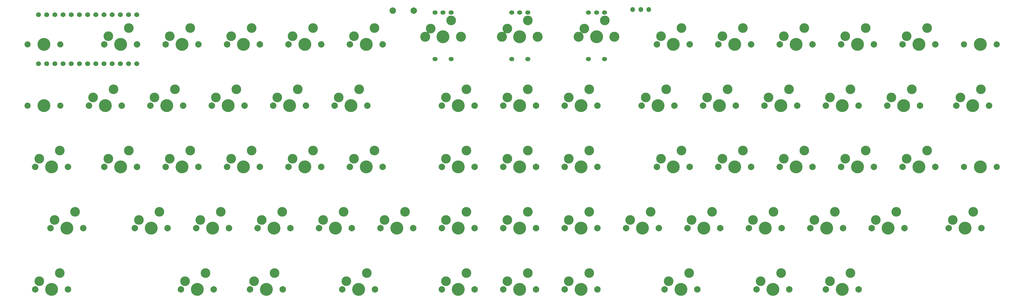
<source format=gbr>
G04 #@! TF.GenerationSoftware,KiCad,Pcbnew,(6.0.11-0)*
G04 #@! TF.CreationDate,2023-10-02T19:13:40+09:00*
G04 #@! TF.ProjectId,clavis,636c6176-6973-42e6-9b69-6361645f7063,rev?*
G04 #@! TF.SameCoordinates,Original*
G04 #@! TF.FileFunction,Soldermask,Top*
G04 #@! TF.FilePolarity,Negative*
%FSLAX46Y46*%
G04 Gerber Fmt 4.6, Leading zero omitted, Abs format (unit mm)*
G04 Created by KiCad (PCBNEW (6.0.11-0)) date 2023-10-02 19:13:40*
%MOMM*%
%LPD*%
G01*
G04 APERTURE LIST*
%ADD10C,2.000000*%
%ADD11C,4.000000*%
%ADD12C,3.000000*%
%ADD13C,1.900000*%
%ADD14O,1.500000X1.500000*%
%ADD15O,1.600000X1.300000*%
%ADD16C,3.100000*%
%ADD17C,1.524000*%
G04 APERTURE END LIST*
D10*
X44926300Y-69056200D03*
X55086300Y-69056200D03*
D11*
X50006300Y-69056200D03*
D12*
X46196300Y-66516200D03*
X52546300Y-63976200D03*
D10*
X74136300Y-30956200D03*
X63976300Y-30956200D03*
D12*
X71596300Y-25876200D03*
D11*
X69056300Y-30956200D03*
D12*
X65246300Y-28416200D03*
D10*
X33655000Y-69056200D03*
D11*
X28575000Y-69056200D03*
D12*
X24765000Y-66516200D03*
D10*
X23495000Y-69056200D03*
D12*
X31115000Y-63976200D03*
D11*
X26193800Y-50006200D03*
D13*
X31273800Y-50006200D03*
X21113800Y-50006200D03*
D10*
X38417500Y-88106200D03*
D12*
X35877500Y-83026200D03*
X29527500Y-85566200D03*
D11*
X33337500Y-88106200D03*
D10*
X28257500Y-88106200D03*
X78898800Y-107156200D03*
D11*
X73818800Y-107156200D03*
D12*
X76358800Y-102076200D03*
D10*
X68738800Y-107156200D03*
D12*
X70008800Y-104616200D03*
X62071300Y-83026200D03*
D10*
X54451300Y-88106200D03*
D12*
X55721300Y-85566200D03*
D11*
X59531300Y-88106200D03*
D10*
X64611300Y-88106200D03*
X69373800Y-50006200D03*
D11*
X64293800Y-50006200D03*
D12*
X66833800Y-44926200D03*
D10*
X59213800Y-50006200D03*
D12*
X60483800Y-47466200D03*
D10*
X83026300Y-30956200D03*
D12*
X84296300Y-28416200D03*
D11*
X88106300Y-30956200D03*
D12*
X90646300Y-25876200D03*
D10*
X93186300Y-30956200D03*
X63976300Y-69056200D03*
D12*
X71596300Y-63976200D03*
X65246300Y-66516200D03*
D10*
X74136300Y-69056200D03*
D11*
X69056300Y-69056200D03*
D10*
X83661300Y-88106200D03*
X73501300Y-88106200D03*
D12*
X74771300Y-85566200D03*
D11*
X78581300Y-88106200D03*
D12*
X81121300Y-83026200D03*
X85883800Y-44926200D03*
D10*
X88423800Y-50006200D03*
D12*
X79533800Y-47466200D03*
D10*
X78263800Y-50006200D03*
D11*
X83343800Y-50006200D03*
D10*
X92551300Y-88106200D03*
X102711300Y-88106200D03*
D12*
X100171300Y-83026200D03*
D11*
X97631300Y-88106200D03*
D12*
X93821300Y-85566200D03*
D10*
X112236300Y-30956200D03*
D12*
X103346300Y-28416200D03*
X109696300Y-25876200D03*
D10*
X102076300Y-30956200D03*
D11*
X107156300Y-30956200D03*
X88106300Y-69056200D03*
D12*
X90646300Y-63976200D03*
D10*
X93186300Y-69056200D03*
X83026300Y-69056200D03*
D12*
X84296300Y-66516200D03*
D10*
X97313800Y-50006200D03*
D11*
X102393800Y-50006200D03*
D10*
X107473800Y-50006200D03*
D12*
X98583800Y-47466200D03*
X104933800Y-44926200D03*
D11*
X126206300Y-30956200D03*
D12*
X128746300Y-25876200D03*
D10*
X121126300Y-30956200D03*
D12*
X122396300Y-28416200D03*
D10*
X131286300Y-30956200D03*
X149701300Y-88106200D03*
D12*
X157321300Y-83026200D03*
X150971300Y-85566200D03*
D10*
X159861300Y-88106200D03*
D11*
X154781300Y-88106200D03*
D10*
X112236300Y-69056200D03*
D11*
X107156300Y-69056200D03*
D12*
X109696300Y-63976200D03*
D10*
X102076300Y-69056200D03*
D12*
X103346300Y-66516200D03*
X123983800Y-44926200D03*
X117633800Y-47466200D03*
D10*
X126523800Y-50006200D03*
X116363800Y-50006200D03*
D11*
X121443800Y-50006200D03*
D10*
X130651300Y-88106200D03*
X140811300Y-88106200D03*
D12*
X138271300Y-83026200D03*
X131921300Y-85566200D03*
D11*
X135731300Y-88106200D03*
D10*
X159861300Y-50006200D03*
D12*
X150971300Y-47466200D03*
X157321300Y-44926200D03*
D10*
X149701300Y-50006200D03*
D11*
X154781300Y-50006200D03*
D10*
X159861300Y-69056200D03*
D12*
X157321300Y-63976200D03*
D11*
X154781300Y-69056200D03*
D12*
X150971300Y-66516200D03*
D10*
X149701300Y-69056200D03*
D11*
X116681300Y-88106200D03*
D10*
X111601300Y-88106200D03*
X121761300Y-88106200D03*
D12*
X112871300Y-85566200D03*
X119221300Y-83026200D03*
X128746300Y-63976200D03*
D11*
X126206300Y-69056200D03*
D10*
X131286300Y-69056200D03*
X121126300Y-69056200D03*
D12*
X122396300Y-66516200D03*
X189071300Y-66516200D03*
X195421300Y-63976200D03*
D10*
X197961300Y-69056200D03*
D11*
X192881300Y-69056200D03*
D10*
X187801300Y-69056200D03*
D12*
X176371300Y-83026200D03*
D11*
X173831300Y-88106200D03*
D10*
X168751300Y-88106200D03*
D12*
X170021300Y-85566200D03*
D10*
X178911300Y-88106200D03*
D11*
X240506300Y-30956200D03*
D12*
X243046300Y-25876200D03*
D10*
X235426300Y-30956200D03*
X245586300Y-30956200D03*
D12*
X236696300Y-28416200D03*
X262096300Y-63976200D03*
X255746300Y-66516200D03*
D10*
X264636300Y-69056200D03*
X254476300Y-69056200D03*
D11*
X259556300Y-69056200D03*
X173831300Y-69056200D03*
D12*
X176371300Y-63976200D03*
X170021300Y-66516200D03*
D10*
X178911300Y-69056200D03*
X168751300Y-69056200D03*
D12*
X274796300Y-28416200D03*
D10*
X273526300Y-30956200D03*
D11*
X278606300Y-30956200D03*
D12*
X281146300Y-25876200D03*
D10*
X283686300Y-30956200D03*
D11*
X192881300Y-88106200D03*
D10*
X187801300Y-88106200D03*
D12*
X189071300Y-85566200D03*
D10*
X197961300Y-88106200D03*
D12*
X195421300Y-83026200D03*
X176371300Y-44926200D03*
D11*
X173831300Y-50006200D03*
D12*
X170021300Y-47466200D03*
D10*
X178911300Y-50006200D03*
X168751300Y-50006200D03*
D11*
X269081300Y-88106200D03*
D10*
X274161300Y-88106200D03*
X264001300Y-88106200D03*
D12*
X271621300Y-83026200D03*
X265271300Y-85566200D03*
D10*
X197961300Y-50006200D03*
D12*
X189071300Y-47466200D03*
X195421300Y-44926200D03*
D11*
X192881300Y-50006200D03*
D10*
X187801300Y-50006200D03*
D11*
X311943800Y-88106200D03*
D10*
X306863800Y-88106200D03*
X317023800Y-88106200D03*
D12*
X308133800Y-85566200D03*
X314483800Y-83026200D03*
X270033800Y-47466200D03*
D10*
X268763800Y-50006200D03*
D11*
X273843800Y-50006200D03*
D12*
X276383800Y-44926200D03*
D10*
X278923800Y-50006200D03*
D12*
X300196300Y-25876200D03*
D10*
X292576300Y-30956200D03*
X302736300Y-30956200D03*
D11*
X297656300Y-30956200D03*
D12*
X293846300Y-28416200D03*
X281146300Y-63976200D03*
D10*
X283686300Y-69056200D03*
X273526300Y-69056200D03*
D11*
X278606300Y-69056200D03*
D12*
X274796300Y-66516200D03*
X284321300Y-85566200D03*
D10*
X283051300Y-88106200D03*
D12*
X290671300Y-83026200D03*
D11*
X288131300Y-88106200D03*
D10*
X293211300Y-88106200D03*
D13*
X321786300Y-69056200D03*
D11*
X316706300Y-69056200D03*
D13*
X311626300Y-69056200D03*
D12*
X300196300Y-63976200D03*
D10*
X302736300Y-69056200D03*
D11*
X297656300Y-69056200D03*
D12*
X293846300Y-66516200D03*
D10*
X292576300Y-69056200D03*
D12*
X289083800Y-47466200D03*
D10*
X297973800Y-50006200D03*
D11*
X292893800Y-50006200D03*
D10*
X287813800Y-50006200D03*
D12*
X295433800Y-44926200D03*
D10*
X259873800Y-50006200D03*
D12*
X257333800Y-44926200D03*
D10*
X249713800Y-50006200D03*
D11*
X254793800Y-50006200D03*
D12*
X250983800Y-47466200D03*
D11*
X211931300Y-88106200D03*
D12*
X214471300Y-83026200D03*
D10*
X217011300Y-88106200D03*
X206851300Y-88106200D03*
D12*
X208121300Y-85566200D03*
D10*
X319405000Y-50006250D03*
D12*
X316865000Y-44926250D03*
D10*
X309245000Y-50006250D03*
D12*
X310515000Y-47466250D03*
D11*
X314325000Y-50006250D03*
D12*
X157321300Y-102076200D03*
D11*
X154781300Y-107156200D03*
D12*
X150971300Y-104616200D03*
D10*
X149701300Y-107156200D03*
X159861300Y-107156200D03*
X168751300Y-107156200D03*
D12*
X176371300Y-102076200D03*
D11*
X173831300Y-107156200D03*
D10*
X178911300Y-107156200D03*
D12*
X170021300Y-104616200D03*
X195421300Y-102076200D03*
D10*
X197961300Y-107156200D03*
D12*
X189071300Y-104616200D03*
D11*
X192881300Y-107156200D03*
D10*
X187801300Y-107156200D03*
D13*
X21113800Y-30956200D03*
X31273800Y-30956200D03*
D11*
X26193800Y-30956200D03*
D10*
X264636300Y-30956200D03*
D11*
X259556300Y-30956200D03*
D12*
X262096300Y-25876200D03*
D10*
X254476300Y-30956200D03*
D12*
X255746300Y-28416200D03*
D14*
X211364000Y-20140200D03*
X213864000Y-20140200D03*
X208864000Y-20140200D03*
D11*
X250031300Y-88106200D03*
D12*
X246221300Y-85566200D03*
D10*
X244951300Y-88106200D03*
X255111300Y-88106200D03*
D12*
X252571300Y-83026200D03*
D10*
X225901300Y-88106200D03*
D12*
X227171300Y-85566200D03*
D11*
X230981300Y-88106200D03*
D12*
X233521300Y-83026200D03*
D10*
X236061300Y-88106200D03*
D11*
X197643800Y-28575000D03*
D12*
X200183800Y-23495000D03*
X193833800Y-26035000D03*
D15*
X200143800Y-21075000D03*
X195143800Y-21075000D03*
X197643800Y-21075000D03*
D16*
X203193800Y-28575000D03*
X192093800Y-28575000D03*
D15*
X200143800Y-35575000D03*
X195143800Y-35575000D03*
D11*
X50006300Y-30956200D03*
D10*
X44926300Y-30956200D03*
X55086300Y-30956200D03*
D12*
X46196300Y-28416200D03*
X52546300Y-25876200D03*
X152558800Y-23495000D03*
X146208800Y-26035000D03*
D11*
X150018800Y-28575000D03*
D15*
X152518800Y-21075000D03*
X147518800Y-21075000D03*
X150018800Y-21075000D03*
D16*
X144468800Y-28575000D03*
X155568800Y-28575000D03*
D15*
X152518800Y-35575000D03*
X147518800Y-35575000D03*
D12*
X276383800Y-102076200D03*
D10*
X268763800Y-107156200D03*
D12*
X270033800Y-104616200D03*
D10*
X278923800Y-107156200D03*
D11*
X273843800Y-107156200D03*
D12*
X217646300Y-28416200D03*
D11*
X221456300Y-30956200D03*
D10*
X226536300Y-30956200D03*
X216376300Y-30956200D03*
D12*
X223996300Y-25876200D03*
D11*
X316706300Y-30956200D03*
D13*
X321786300Y-30956200D03*
X311626300Y-30956200D03*
D12*
X220027500Y-104616200D03*
X226377500Y-102076200D03*
D10*
X218757500Y-107156200D03*
X228917500Y-107156200D03*
D11*
X223837500Y-107156200D03*
D10*
X235426300Y-69056200D03*
D12*
X236696300Y-66516200D03*
D11*
X240506300Y-69056200D03*
D12*
X243046300Y-63976200D03*
D10*
X245586300Y-69056200D03*
X140958100Y-20488700D03*
X134458100Y-20488700D03*
D12*
X212883800Y-47466200D03*
X219233800Y-44926200D03*
D10*
X221773800Y-50006200D03*
D11*
X216693800Y-50006200D03*
D10*
X211613800Y-50006200D03*
D11*
X252412500Y-107156200D03*
D12*
X254952500Y-102076200D03*
D10*
X257492500Y-107156200D03*
X247332500Y-107156200D03*
D12*
X248602500Y-104616200D03*
X41433800Y-47466200D03*
X47783800Y-44926200D03*
D11*
X45243800Y-50006200D03*
D10*
X40163800Y-50006200D03*
X50323800Y-50006200D03*
D12*
X217646300Y-66516200D03*
D10*
X226536300Y-69056200D03*
D12*
X223996300Y-63976200D03*
D11*
X221456300Y-69056200D03*
D10*
X216376300Y-69056200D03*
D11*
X235743800Y-50006200D03*
D12*
X238283800Y-44926200D03*
D10*
X240823800Y-50006200D03*
D12*
X231933800Y-47466200D03*
D10*
X230663800Y-50006200D03*
X128905000Y-107156200D03*
D12*
X126365000Y-102076200D03*
X120015000Y-104616200D03*
D10*
X118745000Y-107156200D03*
D11*
X123825000Y-107156200D03*
D17*
X52464000Y-21721500D03*
X49924000Y-21721500D03*
X47384000Y-21721500D03*
X44844000Y-21721500D03*
X42304000Y-21721500D03*
X39764000Y-21721500D03*
X37224000Y-21721500D03*
X34684000Y-21721500D03*
X32144000Y-21721500D03*
X29604000Y-21721500D03*
X27064000Y-21721500D03*
X24524000Y-21721500D03*
X24524000Y-36941500D03*
X27064000Y-36941500D03*
X29604000Y-36941500D03*
X32144000Y-36941500D03*
X34684000Y-36941500D03*
X37224000Y-36941500D03*
X39764000Y-36941500D03*
X42304000Y-36941500D03*
X44844000Y-36941500D03*
X47384000Y-36941500D03*
X49924000Y-36941500D03*
X52464000Y-36941500D03*
X55004000Y-36941500D03*
X55004000Y-21721500D03*
D10*
X90170000Y-107156200D03*
D12*
X97790000Y-102076200D03*
D11*
X95250000Y-107156200D03*
D10*
X100330000Y-107156200D03*
D12*
X91440000Y-104616200D03*
D10*
X23495000Y-107156200D03*
D12*
X24765000Y-104616200D03*
D10*
X33655000Y-107156200D03*
D11*
X28575000Y-107156200D03*
D12*
X31115000Y-102076200D03*
X176371300Y-23495000D03*
D11*
X173831300Y-28575000D03*
D12*
X170021300Y-26035000D03*
D15*
X176331300Y-21075000D03*
X171331300Y-21075000D03*
X173831300Y-21075000D03*
D16*
X168281300Y-28575000D03*
X179381300Y-28575000D03*
D15*
X176331300Y-35575000D03*
X171331300Y-35575000D03*
M02*

</source>
